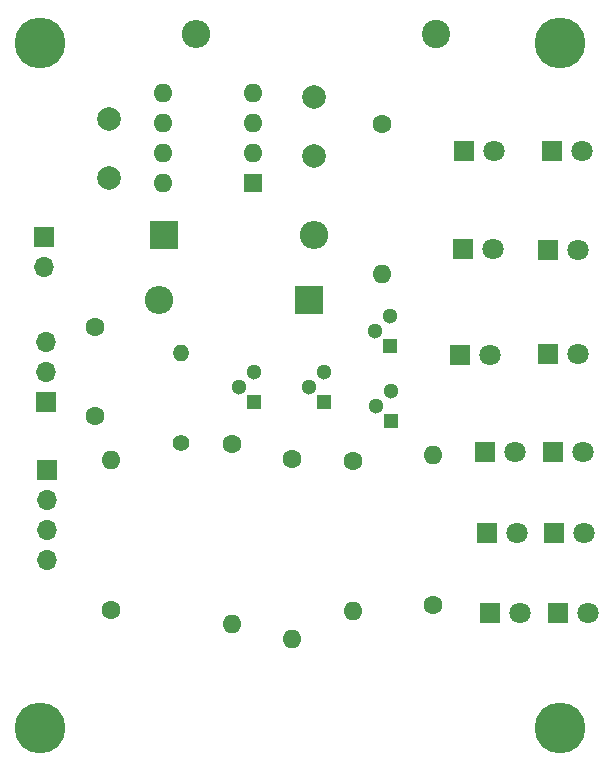
<source format=gbr>
%TF.GenerationSoftware,KiCad,Pcbnew,(5.1.10)-1*%
%TF.CreationDate,2021-11-22T13:12:16+02:00*%
%TF.ProjectId,25-station-led-alarm,32352d73-7461-4746-996f-6e2d6c65642d,rev?*%
%TF.SameCoordinates,Original*%
%TF.FileFunction,Soldermask,Bot*%
%TF.FilePolarity,Negative*%
%FSLAX46Y46*%
G04 Gerber Fmt 4.6, Leading zero omitted, Abs format (unit mm)*
G04 Created by KiCad (PCBNEW (5.1.10)-1) date 2021-11-22 13:12:16*
%MOMM*%
%LPD*%
G01*
G04 APERTURE LIST*
%ADD10C,1.600000*%
%ADD11O,1.600000X1.600000*%
%ADD12O,1.700000X1.700000*%
%ADD13R,1.700000X1.700000*%
%ADD14R,2.400000X2.400000*%
%ADD15O,2.400000X2.400000*%
%ADD16R,1.800000X1.800000*%
%ADD17C,1.800000*%
%ADD18C,2.000000*%
%ADD19C,4.300000*%
%ADD20C,1.400000*%
%ADD21O,1.400000X1.400000*%
%ADD22C,2.400000*%
%ADD23R,1.600000X1.600000*%
%ADD24R,1.300000X1.300000*%
%ADD25C,1.300000*%
G04 APERTURE END LIST*
D10*
%TO.C,R4*%
X126507240Y-135346440D03*
D11*
X126507240Y-148046440D03*
%TD*%
D12*
%TO.C,buzzer1*%
X100355400Y-118948200D03*
D13*
X100355400Y-116408200D03*
%TD*%
%TO.C,J2*%
X100467160Y-130421380D03*
D12*
X100467160Y-127881380D03*
X100467160Y-125341380D03*
%TD*%
D13*
%TO.C,J1*%
X100606860Y-136169400D03*
D12*
X100606860Y-138709400D03*
X100606860Y-141249400D03*
X100606860Y-143789400D03*
%TD*%
D14*
%TO.C,D13*%
X122809000Y-121767600D03*
D15*
X110109000Y-121767600D03*
%TD*%
D11*
%TO.C,R5*%
X106000000Y-135300000D03*
D10*
X106000000Y-148000000D03*
%TD*%
%TO.C,R2*%
X121335800Y-135242300D03*
D11*
X121335800Y-150482300D03*
%TD*%
%TO.C,R7*%
X116243100Y-149199600D03*
D10*
X116243100Y-133959600D03*
%TD*%
%TO.C,C3*%
X104648000Y-131546600D03*
X104648000Y-124046600D03*
%TD*%
D16*
%TO.C,D1*%
X143441420Y-134630160D03*
D17*
X145981420Y-134630160D03*
%TD*%
D16*
%TO.C,D2*%
X137690860Y-134635240D03*
D17*
X140230860Y-134635240D03*
%TD*%
%TO.C,D3*%
X146083020Y-141450060D03*
D16*
X143543020Y-141450060D03*
%TD*%
%TO.C,D4*%
X143845280Y-148285200D03*
D17*
X146385280Y-148285200D03*
%TD*%
%TO.C,D5*%
X145854469Y-109123161D03*
D16*
X143314469Y-109123161D03*
%TD*%
%TO.C,D6*%
X142979140Y-126344680D03*
D17*
X145519140Y-126344680D03*
%TD*%
%TO.C,D7*%
X145544540Y-117502940D03*
D16*
X143004540Y-117502940D03*
%TD*%
%TO.C,D8*%
X135867140Y-109143800D03*
D17*
X138407140Y-109143800D03*
%TD*%
D16*
%TO.C,D9*%
X137835640Y-141465300D03*
D17*
X140375640Y-141465300D03*
%TD*%
%TO.C,D10*%
X140632180Y-148206460D03*
D16*
X138092180Y-148206460D03*
%TD*%
D17*
%TO.C,D11*%
X138130280Y-126436120D03*
D16*
X135590280Y-126436120D03*
%TD*%
%TO.C,D12*%
X135788400Y-117424200D03*
D17*
X138328400Y-117424200D03*
%TD*%
D10*
%TO.C,R3*%
X128927860Y-106801920D03*
D11*
X128927860Y-119501920D03*
%TD*%
%TO.C,R6*%
X133276340Y-134901940D03*
D10*
X133276340Y-147601940D03*
%TD*%
D18*
%TO.C,C1*%
X105854500Y-111429800D03*
X105854500Y-106429800D03*
%TD*%
%TO.C,C2*%
X123240800Y-104524800D03*
X123240800Y-109524800D03*
%TD*%
D14*
%TO.C,D14*%
X110515400Y-116281200D03*
D15*
X123215400Y-116281200D03*
%TD*%
D19*
%TO.C,H1*%
X144000000Y-158000000D03*
%TD*%
%TO.C,H2*%
X100000000Y-100000000D03*
%TD*%
%TO.C,H3*%
X144000000Y-100000000D03*
%TD*%
%TO.C,H4*%
X100000000Y-158000000D03*
%TD*%
D20*
%TO.C,R1*%
X111975900Y-133870700D03*
D21*
X111975900Y-126250700D03*
%TD*%
D22*
%TO.C,R8*%
X133502400Y-99212400D03*
D15*
X113182400Y-99212400D03*
%TD*%
D23*
%TO.C,U1*%
X118033800Y-111861600D03*
D11*
X110413800Y-104241600D03*
X118033800Y-109321600D03*
X110413800Y-106781600D03*
X118033800Y-106781600D03*
X110413800Y-109321600D03*
X118033800Y-104241600D03*
X110413800Y-111861600D03*
%TD*%
D24*
%TO.C,Q1*%
X129692400Y-131973320D03*
D25*
X129692400Y-129433320D03*
X128422400Y-130703320D03*
%TD*%
%TO.C,Q2*%
X128402080Y-124348240D03*
X129672080Y-123078240D03*
D24*
X129672080Y-125618240D03*
%TD*%
D25*
%TO.C,Q3*%
X116834920Y-129148840D03*
X118104920Y-127878840D03*
D24*
X118104920Y-130418840D03*
%TD*%
%TO.C,Q4*%
X124028200Y-130403600D03*
D25*
X124028200Y-127863600D03*
X122758200Y-129133600D03*
%TD*%
M02*

</source>
